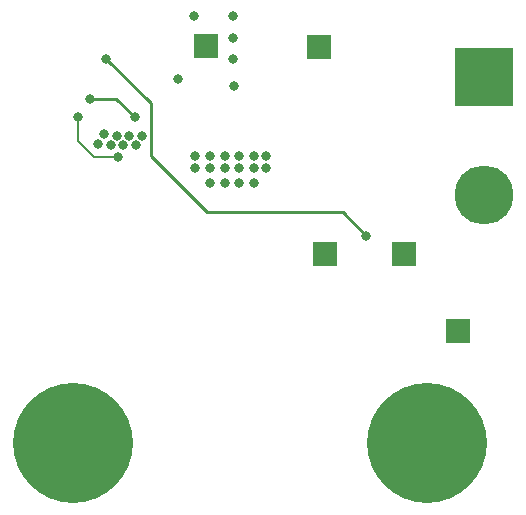
<source format=gbr>
%TF.GenerationSoftware,KiCad,Pcbnew,(6.0.8)*%
%TF.CreationDate,2023-02-08T15:19:56+01:00*%
%TF.ProjectId,power supply prototype,706f7765-7220-4737-9570-706c79207072,rev?*%
%TF.SameCoordinates,Original*%
%TF.FileFunction,Copper,L2,Inr*%
%TF.FilePolarity,Positive*%
%FSLAX46Y46*%
G04 Gerber Fmt 4.6, Leading zero omitted, Abs format (unit mm)*
G04 Created by KiCad (PCBNEW (6.0.8)) date 2023-02-08 15:19:56*
%MOMM*%
%LPD*%
G01*
G04 APERTURE LIST*
%TA.AperFunction,ComponentPad*%
%ADD10R,2.000000X2.000000*%
%TD*%
%TA.AperFunction,ComponentPad*%
%ADD11R,5.000000X5.000000*%
%TD*%
%TA.AperFunction,ComponentPad*%
%ADD12O,5.000000X5.000000*%
%TD*%
%TA.AperFunction,ComponentPad*%
%ADD13C,10.160000*%
%TD*%
%TA.AperFunction,ViaPad*%
%ADD14C,0.800000*%
%TD*%
%TA.AperFunction,Conductor*%
%ADD15C,0.250000*%
%TD*%
%TA.AperFunction,Conductor*%
%ADD16C,0.200000*%
%TD*%
G04 APERTURE END LIST*
D10*
%TO.N,/power supply/COMP*%
%TO.C,TP4*%
X134400000Y-78400000D03*
%TD*%
%TO.N,+BATT*%
%TO.C,TP1*%
X144000000Y-78500000D03*
%TD*%
%TO.N,Net-(L1-Pad2)*%
%TO.C,TP5*%
X144500000Y-96000000D03*
%TD*%
%TO.N,+5V*%
%TO.C,TP3*%
X155750000Y-102500000D03*
%TD*%
%TO.N,+5V*%
%TO.C,TP2*%
X151200000Y-96000000D03*
%TD*%
D11*
%TO.N,+BATT*%
%TO.C,XT60*%
X158000000Y-81000000D03*
D12*
%TO.N,-BATT*%
X158000000Y-91000000D03*
%TD*%
D13*
%TO.N,+5V*%
%TO.C,J1*%
X153100000Y-112000000D03*
%TO.N,-BATT*%
X123130000Y-112000000D03*
%TD*%
D14*
%TO.N,-BATT*%
X136750000Y-77750000D03*
X136750000Y-79500000D03*
X138500000Y-90000000D03*
X137250000Y-90000000D03*
X136000000Y-90000000D03*
X134750000Y-90000000D03*
X139500000Y-88750000D03*
X139500000Y-87750000D03*
X138500000Y-88750000D03*
X138500000Y-87750000D03*
X137250000Y-88750000D03*
X137250000Y-87750000D03*
X136000000Y-88750000D03*
X136000000Y-87750000D03*
X134750000Y-88750000D03*
X134750000Y-87750000D03*
X133500000Y-88750000D03*
X133500000Y-87750000D03*
%TO.N,+5V*%
X148000000Y-94500000D03*
%TO.N,-BATT*%
X126400000Y-86800000D03*
X128500000Y-86800000D03*
X126900000Y-86000000D03*
X133400000Y-75900000D03*
X136700000Y-75900000D03*
X129000000Y-86000000D03*
X125800000Y-85900000D03*
X127400000Y-86800000D03*
X125300000Y-86700000D03*
X132100000Y-81200000D03*
X136800000Y-81800000D03*
X127900000Y-86000000D03*
%TO.N,/power supply/LX*%
X127000000Y-87800000D03*
X123600000Y-84400000D03*
%TO.N,+5V*%
X126000000Y-79500000D03*
%TO.N,/power supply/RESET*%
X124600000Y-82900000D03*
X128399248Y-84454917D03*
%TD*%
D15*
%TO.N,+5V*%
X144250000Y-92500000D02*
X146000000Y-92500000D01*
X134500000Y-92500000D02*
X144250000Y-92500000D01*
X146000000Y-92500000D02*
X148000000Y-94500000D01*
X129750000Y-87750000D02*
X134500000Y-92500000D01*
D16*
%TO.N,/power supply/LX*%
X123600000Y-86489950D02*
X124910050Y-87800000D01*
X123600000Y-84400000D02*
X123600000Y-86489950D01*
X124910050Y-87800000D02*
X127000000Y-87800000D01*
D15*
%TO.N,+5V*%
X129750000Y-83250000D02*
X129750000Y-87750000D01*
X126000000Y-79500000D02*
X129750000Y-83250000D01*
%TO.N,/power supply/RESET*%
X126844331Y-82900000D02*
X124600000Y-82900000D01*
X128399248Y-84454917D02*
X126844331Y-82900000D01*
%TD*%
M02*

</source>
